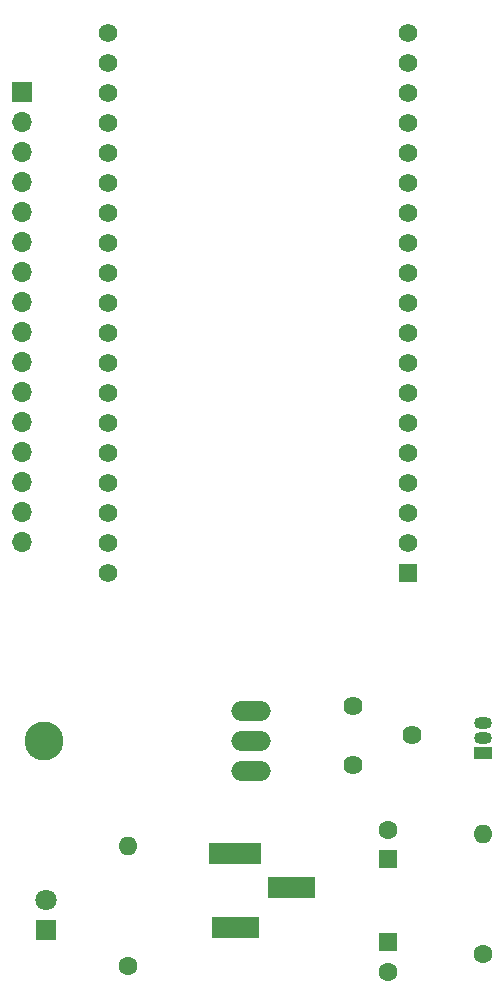
<source format=gbr>
G04 #@! TF.GenerationSoftware,KiCad,Pcbnew,(5.1.12)-1*
G04 #@! TF.CreationDate,2021-12-26T01:52:18+01:00*
G04 #@! TF.ProjectId,esp32,65737033-322e-46b6-9963-61645f706362,rev?*
G04 #@! TF.SameCoordinates,Original*
G04 #@! TF.FileFunction,Soldermask,Bot*
G04 #@! TF.FilePolarity,Negative*
%FSLAX46Y46*%
G04 Gerber Fmt 4.6, Leading zero omitted, Abs format (unit mm)*
G04 Created by KiCad (PCBNEW (5.1.12)-1) date 2021-12-26 01:52:18*
%MOMM*%
%LPD*%
G01*
G04 APERTURE LIST*
%ADD10C,0.010000*%
%ADD11C,1.620000*%
%ADD12O,1.700000X1.700000*%
%ADD13R,1.700000X1.700000*%
%ADD14C,1.600000*%
%ADD15R,1.600000X1.600000*%
%ADD16O,1.600000X1.600000*%
%ADD17O,3.352800X1.676400*%
%ADD18C,3.302000*%
%ADD19O,1.500000X1.050000*%
%ADD20R,1.500000X1.050000*%
%ADD21R,1.800000X1.800000*%
%ADD22C,1.800000*%
%ADD23R,1.560000X1.560000*%
%ADD24C,1.560000*%
%ADD25C,1.000000*%
G04 APERTURE END LIST*
D10*
G36*
X139049800Y-109900000D02*
G01*
X142950000Y-109900000D01*
X142950000Y-111600062D01*
X139049800Y-111600062D01*
X139049800Y-109900000D01*
G37*
X139049800Y-109900000D02*
X142950000Y-109900000D01*
X142950000Y-111600062D01*
X139049800Y-111600062D01*
X139049800Y-109900000D01*
G36*
X143855450Y-106500000D02*
G01*
X147750000Y-106500000D01*
X147750000Y-108194650D01*
X143855450Y-108194650D01*
X143855450Y-106500000D01*
G37*
X143855450Y-106500000D02*
X147750000Y-106500000D01*
X147750000Y-108194650D01*
X143855450Y-108194650D01*
X143855450Y-106500000D01*
G36*
X138846150Y-103600000D02*
G01*
X143150000Y-103600000D01*
X143150000Y-105289800D01*
X138846150Y-105289800D01*
X138846150Y-103600000D01*
G37*
X138846150Y-103600000D02*
X143150000Y-103600000D01*
X143150000Y-105289800D01*
X138846150Y-105289800D01*
X138846150Y-103600000D01*
D11*
X151000000Y-92000000D03*
X156000000Y-94500000D03*
X151000000Y-97000000D03*
D12*
X123000000Y-78100000D03*
X123000000Y-75560000D03*
X123000000Y-73020000D03*
X123000000Y-70480000D03*
X123000000Y-67940000D03*
X123000000Y-65400000D03*
X123000000Y-62860000D03*
X123000000Y-60320000D03*
X123000000Y-57780000D03*
X123000000Y-55240000D03*
X123000000Y-52700000D03*
X123000000Y-50160000D03*
X123000000Y-47620000D03*
X123000000Y-45080000D03*
X123000000Y-42540000D03*
D13*
X123000000Y-40000000D03*
D14*
X154000000Y-114500000D03*
D15*
X154000000Y-112000000D03*
D16*
X162000000Y-102840000D03*
D14*
X162000000Y-113000000D03*
D17*
X142350000Y-97540000D03*
X142350000Y-95000000D03*
X142350000Y-92460000D03*
D18*
X124824000Y-95000000D03*
D14*
X154000000Y-102500000D03*
D15*
X154000000Y-105000000D03*
D14*
X132000000Y-114000000D03*
D16*
X132000000Y-103840000D03*
D19*
X162000000Y-94730000D03*
X162000000Y-93460000D03*
D20*
X162000000Y-96000000D03*
D21*
X125000000Y-111000000D03*
D22*
X125000000Y-108460000D03*
D23*
X155700000Y-80760000D03*
D24*
X155700000Y-78220000D03*
X155700000Y-35040000D03*
X155700000Y-75680000D03*
X155700000Y-73140000D03*
X155700000Y-70600000D03*
X155700000Y-68060000D03*
X155700000Y-65520000D03*
X155700000Y-62980000D03*
X155700000Y-60440000D03*
X155700000Y-57900000D03*
X155700000Y-55360000D03*
X155700000Y-52820000D03*
X155700000Y-50280000D03*
X155700000Y-47740000D03*
X155700000Y-45200000D03*
X155700000Y-42660000D03*
X155700000Y-40120000D03*
X155700000Y-37580000D03*
X130300000Y-80760000D03*
X130300000Y-78220000D03*
X130300000Y-75680000D03*
X130300000Y-73140000D03*
X130300000Y-70600000D03*
X130300000Y-68060000D03*
X130300000Y-65520000D03*
X130300000Y-62980000D03*
X130300000Y-60440000D03*
X130300000Y-57900000D03*
X130300000Y-55360000D03*
X130300000Y-52820000D03*
X130300000Y-50280000D03*
X130300000Y-47740000D03*
X130300000Y-45200000D03*
X130300000Y-42660000D03*
X130300000Y-40120000D03*
X130300000Y-37580000D03*
X130300000Y-35040000D03*
D25*
X141000000Y-110750000D03*
X145800000Y-107350000D03*
X141000000Y-104450000D03*
M02*

</source>
